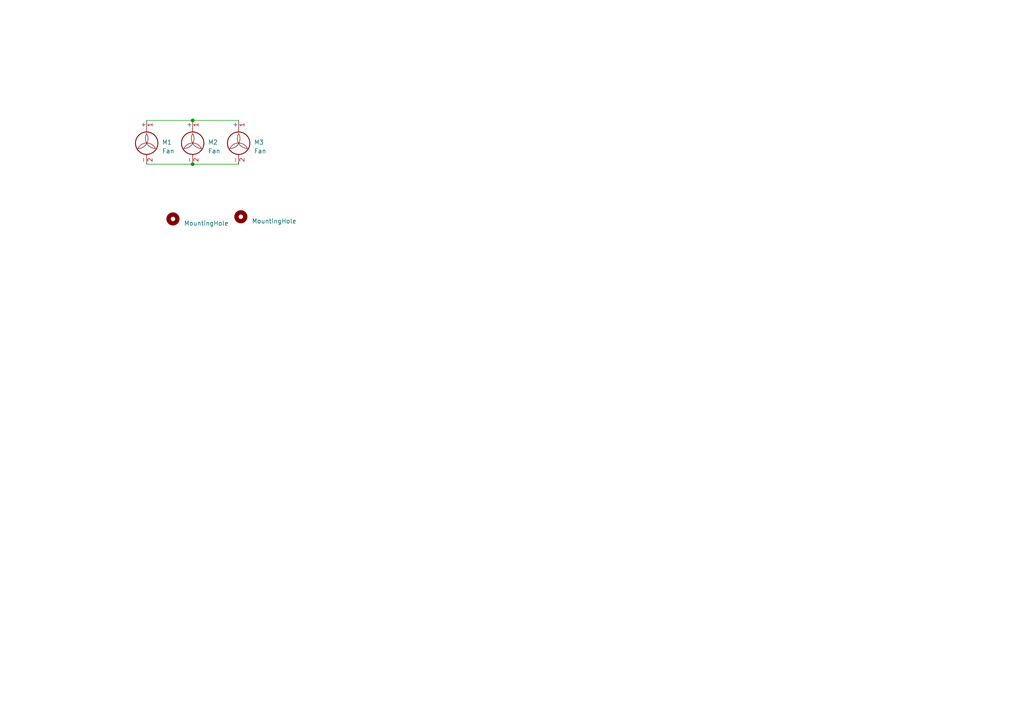
<source format=kicad_sch>
(kicad_sch (version 20230121) (generator eeschema)
  (paper "A4")
  (lib_symbols
    (symbol "Mechanical:MountingHole" (pin_names (offset 1.016))
      (property "Reference" "H" (at 0 5.08 0))
      (property "Value" "MountingHole" (at 0 3.175 0))
      (symbol "MountingHole_0_1"
        (circle (center 0 0) (radius 1.27) (stroke (width 1.27)))
      )
    )
    (symbol "Motor:Fan" (pin_names (offset 0))
      (property "Reference" "M" (at 2.54 5.08 0))
      (property "Value" "Fan" (at 2.54 -2.54 0))
      (symbol "Fan_0_1"
        (arc (start -2.54 -0.508) (mid 0.0028 0.9121) (end 0 3.81))
        (polyline (pts (xy 0 -5.08) (xy 0 -4.572)))
        (polyline (pts (xy 0 -2.2352) (xy 0 -2.6416)))
        (polyline (pts (xy 0 4.2672) (xy 0 4.6228)))
        (polyline (pts (xy 0 4.572) (xy 0 5.08)))
        (circle (center 0 1.016) (radius 3.2512) (stroke (width 0.254)))
        (arc (start 0 3.81) (mid 0.053 0.921) (end 2.54 -0.508))
        (arc (start 2.54 -0.508) (mid 0 1.0618) (end -2.54 -0.508))
      )
      (symbol "Fan_1_1"
        (pin passive line (at 0 7.62 270) (length 2.54) (name "+") (number "1"))
        (pin passive line (at 0 -5.08 90) (length 2.54) (name "-") (number "2"))
      )
    )
  )
  (junction (at 55.88 34.925))
  (junction (at 55.88 47.625))
  (wire (pts (xy 55.88 47.625) (xy 69.215 47.625)))
  (wire (pts (xy 42.545 47.625) (xy 55.88 47.625)))
  (wire (pts (xy 55.88 34.925) (xy 69.215 34.925)))
  (wire (pts (xy 42.545 34.925) (xy 55.88 34.925)))
  (symbol (lib_id "Motor:Fan") (at 55.88 42.545 0) (unit 1)
    (property "Reference" "M2" (at 60.325 41.275 0) (effects (justify left)))
    (property "Value" "Fan" (at 60.325 43.815 0) (effects (justify left)))
    (property "Footprint" "Connector_JST:JST_XH_B2B-XH-A_1x02_P2.50mm_Vertical" (effects hide))
  )
  (symbol (lib_id "Mechanical:MountingHole") (at 50.165 63.5 0) (unit 1)
    (property "Reference" "H1" (effects hide))
    (property "Value" "MountingHole" (at 53.34 64.77 0) (effects (justify left)))
    (property "Footprint" "MountingHole:MountingHole_3.2mm_M3_DIN965_Pad" (effects hide))
  )
  (symbol (lib_id "Motor:Fan") (at 42.545 42.545 0) (unit 1)
    (property "Reference" "M1" (at 46.99 41.275 0) (effects (justify left)))
    (property "Value" "Fan" (at 46.99 43.815 0) (effects (justify left)))
    (property "Footprint" "Connector_JST:JST_XH_B2B-XH-A_1x02_P2.50mm_Vertical" (effects hide))
  )
  (symbol (lib_id "Motor:Fan") (at 69.215 42.545 0) (unit 1)
    (property "Reference" "M3" (at 73.66 41.275 0) (effects (justify left)))
    (property "Value" "Fan" (at 73.66 43.815 0) (effects (justify left)))
    (property "Footprint" "Connector_JST:JST_XH_B2B-XH-A_1x02_P2.50mm_Vertical" (effects hide))
  )
  (symbol (lib_id "Mechanical:MountingHole") (at 69.85 62.865 0) (unit 1)
    (property "Reference" "H2" (effects hide))
    (property "Value" "MountingHole" (at 73.025 64.135 0) (effects (justify left)))
    (property "Footprint" "MountingHole:MountingHole_3.2mm_M3_DIN965_Pad" (effects hide))
  )
)
</source>
